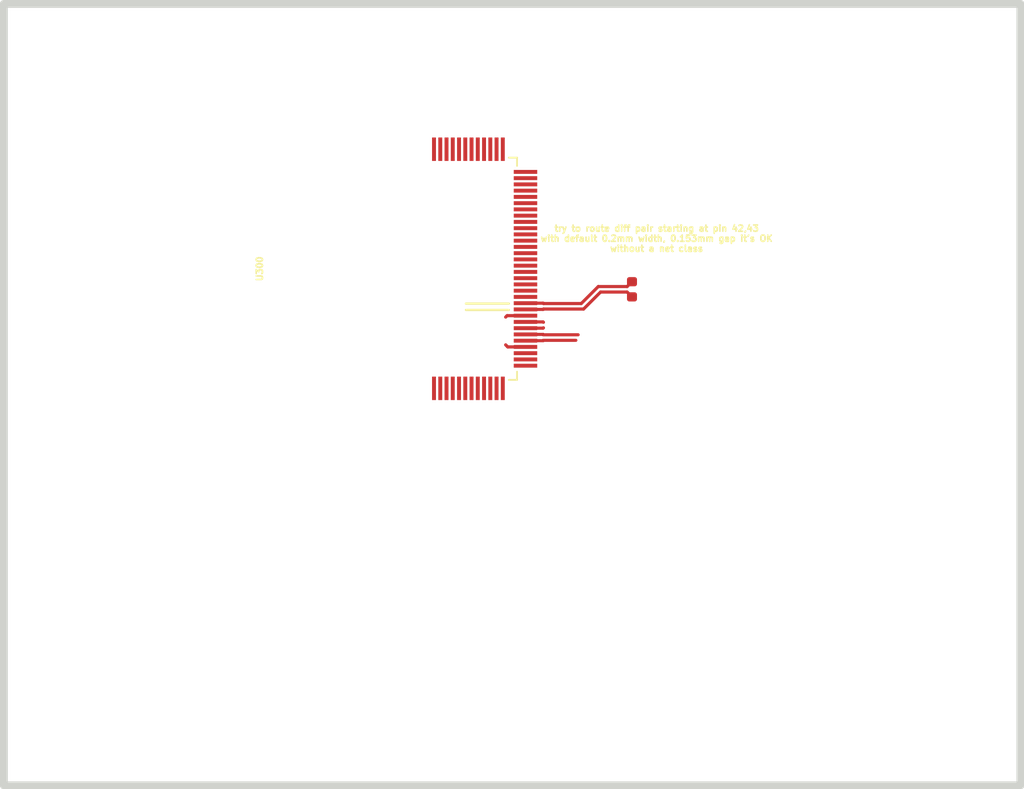
<source format=kicad_pcb>
(kicad_pcb (version 20171130) (host pcbnew 6.0.0-rc1-unknown-d9d0051~66~ubuntu16.04.1)

  (general
    (thickness 1.6)
    (drawings 7)
    (tracks 26)
    (zones 0)
    (modules 2)
    (nets 27)
  )

  (page A3)
  (layers
    (0 F.Cu signal)
    (1 GND2.Cu power)
    (2 In3.Cu signal)
    (3 VCC4.Cu power)
    (4 GND5.Cu power)
    (31 B.Cu signal)
    (32 B.Adhes user)
    (33 F.Adhes user)
    (34 B.Paste user)
    (35 F.Paste user)
    (36 B.SilkS user)
    (37 F.SilkS user)
    (38 B.Mask user)
    (39 F.Mask user)
    (40 Dwgs.User user)
    (41 Cmts.User user)
    (42 Eco1.User user)
    (43 Eco2.User user)
    (44 Edge.Cuts user)
    (45 Margin user)
    (46 B.CrtYd user)
    (47 F.CrtYd user)
    (48 B.Fab user)
    (49 F.Fab user)
  )

  (setup
    (last_trace_width 0.1524)
    (user_trace_width 0.1524)
    (user_trace_width 0.2032)
    (user_trace_width 0.3048)
    (user_trace_width 0.4064)
    (user_trace_width 0.4572)
    (user_trace_width 0.508)
    (user_trace_width 0.6096)
    (user_trace_width 0.8128)
    (trace_clearance 0.1524)
    (zone_clearance 0.153)
    (zone_45_only no)
    (trace_min 0.1524)
    (via_size 0.6)
    (via_drill 0.3)
    (via_min_size 0.6)
    (via_min_drill 0.3)
    (user_via 0.6 0.3)
    (user_via 0.8 0.5)
    (uvia_size 0.3)
    (uvia_drill 0.1)
    (uvias_allowed no)
    (uvia_min_size 0.2)
    (uvia_min_drill 0.1)
    (edge_width 0.15)
    (segment_width 0.2)
    (pcb_text_width 0.3)
    (pcb_text_size 1.5 1.5)
    (mod_edge_width 0.15)
    (mod_text_size 0.4 0.4)
    (mod_text_width 0.1)
    (pad_size 1.5 0.25)
    (pad_drill 0)
    (pad_to_mask_clearance 0.05)
    (solder_mask_min_width 0.1)
    (aux_axis_origin 0 0)
    (visible_elements FFFDEF7F)
    (pcbplotparams
      (layerselection 0x010fc_ffffffff)
      (usegerberextensions false)
      (usegerberattributes false)
      (usegerberadvancedattributes false)
      (creategerberjobfile false)
      (excludeedgelayer true)
      (linewidth 0.100000)
      (plotframeref false)
      (viasonmask false)
      (mode 1)
      (useauxorigin false)
      (hpglpennumber 1)
      (hpglpenspeed 20)
      (hpglpendiameter 15.000000)
      (psnegative false)
      (psa4output false)
      (plotreference true)
      (plotvalue true)
      (plotinvisibletext false)
      (padsonsilk false)
      (subtractmaskfromsilk false)
      (outputformat 1)
      (mirror false)
      (drillshape 1)
      (scaleselection 1)
      (outputdirectory ""))
  )

  (net 0 "")
  (net 1 +1V2)
  (net 2 "Net-(U300-Pad52)")
  (net 3 "Net-(U300-Pad72)")
  (net 4 "Net-(U300-Pad76)")
  (net 5 /Ethernet/U300_73)
  (net 6 /Ethernet/AVDDH)
  (net 7 /Ethernet/AVDDL)
  (net 8 /Ethernet/U300_75)
  (net 9 /Ethernet/.GBE0_MDI0+)
  (net 10 /Ethernet/.GBE0_MDI0-)
  (net 11 /Ethernet/.GBE0_MDI1+)
  (net 12 /Ethernet/.GBE0_MDI1-)
  (net 13 /Ethernet/.GBE0_MDI2+)
  (net 14 /Ethernet/.GBE0_MDI2-)
  (net 15 /Ethernet/.GBE0_MDI3+)
  (net 16 /Ethernet/.GBE0_MDI3-)
  (net 17 /Ethernet/.GBE2_MDI0-)
  (net 18 /Ethernet/.GBE1_MDI0+)
  (net 19 /Ethernet/.GBE1_MDI0-)
  (net 20 /Ethernet/.GBE1_MDI1+)
  (net 21 /Ethernet/.GBE1_MDI1-)
  (net 22 /Ethernet/.GBE1_MDI2+)
  (net 23 /Ethernet/.GBE1_MDI2-)
  (net 24 /Ethernet/.GBE1_MDI3+)
  (net 25 /Ethernet/.GBE1_MDI3-)
  (net 26 GNDD)

  (net_class Default "This is the default net class."
    (clearance 0.1524)
    (trace_width 0.1524)
    (via_dia 0.6)
    (via_drill 0.3)
    (uvia_dia 0.3)
    (uvia_drill 0.1)
    (diff_pair_width 0.2)
    (diff_pair_gap 0.153)
    (add_net +1V2)
    (add_net /Ethernet/.GBE0_MDI0+)
    (add_net /Ethernet/.GBE0_MDI0-)
    (add_net /Ethernet/.GBE0_MDI1+)
    (add_net /Ethernet/.GBE0_MDI1-)
    (add_net /Ethernet/.GBE0_MDI2+)
    (add_net /Ethernet/.GBE0_MDI2-)
    (add_net /Ethernet/.GBE0_MDI3+)
    (add_net /Ethernet/.GBE0_MDI3-)
    (add_net /Ethernet/.GBE1_MDI0+)
    (add_net /Ethernet/.GBE1_MDI0-)
    (add_net /Ethernet/.GBE1_MDI1+)
    (add_net /Ethernet/.GBE1_MDI1-)
    (add_net /Ethernet/.GBE1_MDI2+)
    (add_net /Ethernet/.GBE1_MDI2-)
    (add_net /Ethernet/.GBE1_MDI3+)
    (add_net /Ethernet/.GBE1_MDI3-)
    (add_net /Ethernet/.GBE2_MDI0-)
    (add_net /Ethernet/AVDDH)
    (add_net /Ethernet/AVDDL)
    (add_net /Ethernet/U300_73)
    (add_net /Ethernet/U300_75)
    (add_net GNDD)
    (add_net "Net-(U300-Pad52)")
    (add_net "Net-(U300-Pad72)")
    (add_net "Net-(U300-Pad76)")
  )

  (module kicad_parts_lib:VQFP-128-EP_14x14mm_P0.4mm (layer F.Cu) (tedit 5B86B3C2) (tstamp 5B45FADA)
    (at 100.702979 81.948678 90)
    (descr "VQFP, 128 Pin (http://www.microsemi.com/index.php?option=com_docman&task=doc_download&gid=131095), generated with kicad-footprint-generator ipc_qfp_generator.py")
    (tags "VQFP QFP")
    (path /5B2380CF/5B43058F)
    (attr smd)
    (fp_text reference U300 (at 0 -9.35 90) (layer F.SilkS)
      (effects (font (size 0.4 0.4) (thickness 0.1)))
    )
    (fp_text value KSZ9896C (at 0 9.35 90) (layer F.Fab) hide
      (effects (font (size 0.4 0.4) (thickness 0.1)))
    )
    (fp_line (start 6.585 7.11) (end 7.11 7.11) (layer F.SilkS) (width 0.12))
    (fp_line (start 7.11 7.11) (end 7.11 6.585) (layer F.SilkS) (width 0.12))
    (fp_line (start -6.585 7.11) (end -7.11 7.11) (layer F.SilkS) (width 0.12))
    (fp_line (start -7.11 7.11) (end -7.11 6.585) (layer F.SilkS) (width 0.12))
    (fp_line (start 7 7) (end -7 7) (layer F.Fab) (width 0.1))
    (fp_line (start 0 8.65) (end 6.58 8.65) (layer F.CrtYd) (width 0.05))
    (fp_line (start 6.58 8.65) (end 6.58 7.25) (layer F.CrtYd) (width 0.05))
    (fp_line (start 6.58 7.25) (end 7.25 7.25) (layer F.CrtYd) (width 0.05))
    (fp_line (start 7.25 7.25) (end 7.25 6.58) (layer F.CrtYd) (width 0.05))
    (fp_line (start 7.25 6.58) (end 8.65 6.58) (layer F.CrtYd) (width 0.05))
    (fp_line (start 8.65 6.58) (end 8.65 0) (layer F.CrtYd) (width 0.05))
    (fp_line (start 0 8.65) (end -6.58 8.65) (layer F.CrtYd) (width 0.05))
    (fp_line (start -6.58 8.65) (end -6.58 7.25) (layer F.CrtYd) (width 0.05))
    (fp_line (start -6.58 7.25) (end -7.25 7.25) (layer F.CrtYd) (width 0.05))
    (fp_line (start -7.25 7.25) (end -7.25 6.58) (layer F.CrtYd) (width 0.05))
    (fp_line (start -7.25 6.58) (end -8.65 6.58) (layer F.CrtYd) (width 0.05))
    (fp_line (start -8.65 6.58) (end -8.65 0) (layer F.CrtYd) (width 0.05))
    (pad 21 smd rect (at -7.65 1.8 90) (size 1.5 0.25) (layers F.Cu F.Paste F.Mask)
      (net 17 /Ethernet/.GBE2_MDI0-))
    (pad 22 smd rect (at -7.65 2.2 90) (size 1.5 0.25) (layers F.Cu F.Paste F.Mask)
      (net 6 /Ethernet/AVDDH))
    (pad 23 smd rect (at -7.65 2.6 90) (size 1.5 0.25) (layers F.Cu F.Paste F.Mask)
      (net 1 +1V2))
    (pad 24 smd rect (at -7.65 3 90) (size 1.5 0.25) (layers F.Cu F.Paste F.Mask)
      (net 20 /Ethernet/.GBE1_MDI1+))
    (pad 25 smd rect (at -7.65 3.4 90) (size 1.5 0.25) (layers F.Cu F.Paste F.Mask)
      (net 21 /Ethernet/.GBE1_MDI1-))
    (pad 26 smd rect (at -7.65 3.8 90) (size 1.5 0.25) (layers F.Cu F.Paste F.Mask)
      (net 24 /Ethernet/.GBE1_MDI3+))
    (pad 27 smd rect (at -7.65 4.2 90) (size 1.5 0.25) (layers F.Cu F.Paste F.Mask)
      (net 25 /Ethernet/.GBE1_MDI3-))
    (pad 28 smd rect (at -7.65 4.6 90) (size 1.5 0.25) (layers F.Cu F.Paste F.Mask)
      (net 22 /Ethernet/.GBE1_MDI2+))
    (pad 29 smd rect (at -7.65 5 90) (size 1.5 0.25) (layers F.Cu F.Paste F.Mask)
      (net 23 /Ethernet/.GBE1_MDI2-))
    (pad 30 smd rect (at -7.65 5.4 90) (size 1.5 0.25) (layers F.Cu F.Paste F.Mask)
      (net 7 /Ethernet/AVDDL))
    (pad 31 smd rect (at -7.65 5.8 90) (size 1.5 0.25) (layers F.Cu F.Paste F.Mask)
      (net 18 /Ethernet/.GBE1_MDI0+))
    (pad 32 smd rect (at -7.65 6.2 90) (size 1.5 0.25) (layers F.Cu F.Paste F.Mask)
      (net 19 /Ethernet/.GBE1_MDI0-))
    (pad 33 smd rect (at -6.2 7.65 90) (size 0.25 1.5) (layers F.Cu F.Paste F.Mask)
      (net 6 /Ethernet/AVDDH))
    (pad 34 smd rect (at -5.8 7.65 90) (size 0.25 1.5) (layers F.Cu F.Paste F.Mask)
      (net 11 /Ethernet/.GBE0_MDI1+))
    (pad 35 smd rect (at -5.4 7.65 90) (size 0.25 1.5) (layers F.Cu F.Paste F.Mask)
      (net 12 /Ethernet/.GBE0_MDI1-))
    (pad 36 smd rect (at -5 7.65 90) (size 0.25 1.5) (layers F.Cu F.Paste F.Mask)
      (net 7 /Ethernet/AVDDL))
    (pad 37 smd rect (at -4.6 7.65 90) (size 0.25 1.5) (layers F.Cu F.Paste F.Mask)
      (net 15 /Ethernet/.GBE0_MDI3+))
    (pad 38 smd rect (at -4.2 7.65 90) (size 0.25 1.5) (layers F.Cu F.Paste F.Mask)
      (net 16 /Ethernet/.GBE0_MDI3-))
    (pad 39 smd rect (at -3.8 7.65 90) (size 0.25 1.5) (layers F.Cu F.Paste F.Mask)
      (net 13 /Ethernet/.GBE0_MDI2+))
    (pad 40 smd rect (at -3.4 7.65 90) (size 0.25 1.5) (layers F.Cu F.Paste F.Mask)
      (net 14 /Ethernet/.GBE0_MDI2-))
    (pad 41 smd rect (at -3 7.65 90) (size 0.25 1.5) (layers F.Cu F.Paste F.Mask)
      (net 7 /Ethernet/AVDDL))
    (pad 42 smd rect (at -2.6 7.65 90) (size 0.25 1.5) (layers F.Cu F.Paste F.Mask)
      (net 9 /Ethernet/.GBE0_MDI0+))
    (pad 43 smd rect (at -2.2 7.65 90) (size 0.25 1.5) (layers F.Cu F.Paste F.Mask)
      (net 10 /Ethernet/.GBE0_MDI0-))
    (pad 44 smd rect (at -1.8 7.65 90) (size 0.25 1.5) (layers F.Cu F.Paste F.Mask)
      (net 6 /Ethernet/AVDDH))
    (pad 45 smd rect (at -1.4 7.65 90) (size 0.25 1.5) (layers F.Cu F.Paste F.Mask)
      (net 1 +1V2))
    (pad 46 smd rect (at -1 7.65 90) (size 0.25 1.5) (layers F.Cu F.Paste F.Mask))
    (pad 47 smd rect (at -0.6 7.65 90) (size 0.25 1.5) (layers F.Cu F.Paste F.Mask)
      (net 26 GNDD))
    (pad 48 smd rect (at -0.2 7.65 90) (size 0.25 1.5) (layers F.Cu F.Paste F.Mask)
      (net 1 +1V2))
    (pad 49 smd rect (at 0.2 7.65 90) (size 0.25 1.5) (layers F.Cu F.Paste F.Mask))
    (pad 50 smd rect (at 0.6 7.65 90) (size 0.25 1.5) (layers F.Cu F.Paste F.Mask)
      (net 26 GNDD))
    (pad 51 smd rect (at 1 7.65 90) (size 0.25 1.5) (layers F.Cu F.Paste F.Mask)
      (net 26 GNDD))
    (pad 52 smd rect (at 1.4 7.65 90) (size 0.25 1.5) (layers F.Cu F.Paste F.Mask)
      (net 2 "Net-(U300-Pad52)"))
    (pad 53 smd rect (at 1.8 7.65 90) (size 0.25 1.5) (layers F.Cu F.Paste F.Mask))
    (pad 54 smd rect (at 2.2 7.65 90) (size 0.25 1.5) (layers F.Cu F.Paste F.Mask))
    (pad 55 smd rect (at 2.6 7.65 90) (size 0.25 1.5) (layers F.Cu F.Paste F.Mask))
    (pad 56 smd rect (at 3 7.65 90) (size 0.25 1.5) (layers F.Cu F.Paste F.Mask))
    (pad 57 smd rect (at 3.4 7.65 90) (size 0.25 1.5) (layers F.Cu F.Paste F.Mask))
    (pad 58 smd rect (at 3.8 7.65 90) (size 0.25 1.5) (layers F.Cu F.Paste F.Mask))
    (pad 59 smd rect (at 4.2 7.65 90) (size 0.25 1.5) (layers F.Cu F.Paste F.Mask))
    (pad 60 smd rect (at 4.6 7.65 90) (size 0.25 1.5) (layers F.Cu F.Paste F.Mask))
    (pad 61 smd rect (at 5 7.65 90) (size 0.25 1.5) (layers F.Cu F.Paste F.Mask))
    (pad 62 smd rect (at 5.4 7.65 90) (size 0.25 1.5) (layers F.Cu F.Paste F.Mask))
    (pad 63 smd rect (at 5.8 7.65 90) (size 0.25 1.5) (layers F.Cu F.Paste F.Mask))
    (pad 64 smd rect (at 6.2 7.65 90) (size 0.25 1.5) (layers F.Cu F.Paste F.Mask))
    (pad 65 smd rect (at 7.65 6.2 90) (size 1.5 0.25) (layers F.Cu F.Paste F.Mask))
    (pad 66 smd rect (at 7.65 5.8 90) (size 1.5 0.25) (layers F.Cu F.Paste F.Mask))
    (pad 67 smd rect (at 7.65 5.4 90) (size 1.5 0.25) (layers F.Cu F.Paste F.Mask))
    (pad 68 smd rect (at 7.65 5 90) (size 1.5 0.25) (layers F.Cu F.Paste F.Mask))
    (pad 69 smd rect (at 7.65 4.6 90) (size 1.5 0.25) (layers F.Cu F.Paste F.Mask))
    (pad 70 smd rect (at 7.65 4.2 90) (size 1.5 0.25) (layers F.Cu F.Paste F.Mask))
    (pad 71 smd rect (at 7.65 3.8 90) (size 1.5 0.25) (layers F.Cu F.Paste F.Mask)
      (net 1 +1V2))
    (pad 72 smd rect (at 7.65 3.4 90) (size 1.5 0.25) (layers F.Cu F.Paste F.Mask)
      (net 3 "Net-(U300-Pad72)"))
    (pad 73 smd rect (at 7.65 3 90) (size 1.5 0.25) (layers F.Cu F.Paste F.Mask)
      (net 5 /Ethernet/U300_73))
    (pad 74 smd rect (at 7.65 2.6 90) (size 1.5 0.25) (layers F.Cu F.Paste F.Mask))
    (pad 75 smd rect (at 7.65 2.2 90) (size 1.5 0.25) (layers F.Cu F.Paste F.Mask)
      (net 8 /Ethernet/U300_75))
    (pad 76 smd rect (at 7.65 1.8 90) (size 1.5 0.25) (layers F.Cu F.Paste F.Mask)
      (net 4 "Net-(U300-Pad76)"))
    (model ${KISYS3DMOD}/Package_QFP.3dshapes/TQFP-128_14x14mm_P0.4mm.wrl
      (at (xyz 0 0 0))
      (scale (xyz 1 1 1))
      (rotate (xyz 0 0 0))
    )
  )

  (module Resistor_SMD:R_0402_1005Metric (layer F.Cu) (tedit 5B86B29A) (tstamp 5B8722AD)
    (at 115.1636 83.2612 270)
    (descr "Resistor SMD 0402 (1005 Metric), square (rectangular) end terminal, IPC_7351 nominal, (Body size source: http://www.tortai-tech.com/upload/download/2011102023233369053.pdf), generated with kicad-footprint-generator")
    (tags resistor)
    (attr smd)
    (fp_text reference REF** (at 0 -1.17 270) (layer F.SilkS) hide
      (effects (font (size 1 1) (thickness 0.15)))
    )
    (fp_text value R_0402_1005Metric (at 0 1.17 270) (layer F.Fab)
      (effects (font (size 1 1) (thickness 0.15)))
    )
    (fp_text user %R (at 0 0 270) (layer F.Fab)
      (effects (font (size 0.25 0.25) (thickness 0.04)))
    )
    (fp_line (start 0.93 0.47) (end -0.93 0.47) (layer F.CrtYd) (width 0.05))
    (fp_line (start 0.93 -0.47) (end 0.93 0.47) (layer F.CrtYd) (width 0.05))
    (fp_line (start -0.93 -0.47) (end 0.93 -0.47) (layer F.CrtYd) (width 0.05))
    (fp_line (start -0.93 0.47) (end -0.93 -0.47) (layer F.CrtYd) (width 0.05))
    (fp_line (start 0.5 0.25) (end -0.5 0.25) (layer F.Fab) (width 0.1))
    (fp_line (start 0.5 -0.25) (end 0.5 0.25) (layer F.Fab) (width 0.1))
    (fp_line (start -0.5 -0.25) (end 0.5 -0.25) (layer F.Fab) (width 0.1))
    (fp_line (start -0.5 0.25) (end -0.5 -0.25) (layer F.Fab) (width 0.1))
    (pad 2 smd roundrect (at 0.485 0 270) (size 0.59 0.64) (layers F.Cu F.Paste F.Mask) (roundrect_rratio 0.25)
      (net 9 /Ethernet/.GBE0_MDI0+))
    (pad 1 smd roundrect (at -0.485 0 270) (size 0.59 0.64) (layers F.Cu F.Paste F.Mask) (roundrect_rratio 0.25)
      (net 10 /Ethernet/.GBE0_MDI0-))
    (model ${KISYS3DMOD}/Resistor_SMD.3dshapes/R_0402_1005Metric.wrl
      (at (xyz 0 0 0))
      (scale (xyz 1 1 1))
      (rotate (xyz 0 0 0))
    )
  )

  (gr_text "try to route diff pair starting at pin 42,43\nwith default 0.2mm width, 0.153mm gap it's OK\nwithout a net class" (at 116.7384 80.01) (layer F.SilkS)
    (effects (font (size 0.4 0.4) (thickness 0.1)))
  )
  (gr_line (start 107.2896 84.582) (end 104.5464 84.582) (layer F.SilkS) (width 0.15))
  (gr_line (start 107.2896 84.1756) (end 104.5464 84.1756) (layer F.SilkS) (width 0.15))
  (gr_line (start 140 65) (end 140 115) (layer Edge.Cuts) (width 0.5) (tstamp 5B86C7D2))
  (gr_line (start 75 115) (end 140 115) (angle 90) (layer Edge.Cuts) (width 0.5))
  (gr_line (start 140 65) (end 75 65) (layer Edge.Cuts) (width 0.5))
  (gr_line (start 75 65) (end 75 115) (layer Edge.Cuts) (width 0.5) (tstamp 5B53ECFD))

  (segment (start 108.352979 86.948678) (end 107.217878 86.948678) (width 0.2032) (layer F.Cu) (net 7))
  (segment (start 107.217878 86.948678) (end 107.0864 86.8172) (width 0.2032) (layer F.Cu) (net 7))
  (segment (start 108.352979 84.948678) (end 107.176922 84.948678) (width 0.2032) (layer F.Cu) (net 7))
  (segment (start 107.176922 84.948678) (end 107.0864 85.0392) (width 0.2032) (layer F.Cu) (net 7))
  (segment (start 109.47798 84.548678) (end 109.50148 84.525178) (width 0.2) (layer F.Cu) (net 9))
  (segment (start 109.50148 84.525178) (end 112.066432 84.525178) (width 0.2) (layer F.Cu) (net 9))
  (segment (start 108.352979 84.548678) (end 109.47798 84.548678) (width 0.2) (layer F.Cu) (net 9))
  (segment (start 114.8551 83.4377) (end 115.1636 83.7462) (width 0.2) (layer F.Cu) (net 9))
  (segment (start 113.15391 83.4377) (end 114.8551 83.4377) (width 0.2) (layer F.Cu) (net 9))
  (segment (start 112.066432 84.525178) (end 113.15391 83.4377) (width 0.2) (layer F.Cu) (net 9))
  (segment (start 108.352979 84.148678) (end 109.47798 84.148678) (width 0.2) (layer F.Cu) (net 10))
  (segment (start 109.47798 84.148678) (end 109.50148 84.172178) (width 0.2) (layer F.Cu) (net 10))
  (segment (start 109.50148 84.172178) (end 111.920212 84.172178) (width 0.2) (layer F.Cu) (net 10))
  (segment (start 111.920212 84.172178) (end 113.00769 83.0847) (width 0.2) (layer F.Cu) (net 10))
  (segment (start 114.8551 83.0847) (end 115.1636 82.7762) (width 0.2) (layer F.Cu) (net 10))
  (segment (start 113.00769 83.0847) (end 114.8551 83.0847) (width 0.2) (layer F.Cu) (net 10))
  (segment (start 109.50148 85.725178) (end 109.47798 85.748678) (width 0.2) (layer F.Cu) (net 13) (status 40000))
  (segment (start 109.47798 85.748678) (end 108.352979 85.748678) (width 0.2) (layer F.Cu) (net 13) (status 40000))
  (segment (start 109.47798 85.348678) (end 108.352979 85.348678) (width 0.2) (layer F.Cu) (net 14) (status 40000))
  (segment (start 109.50148 85.372178) (end 109.47798 85.348678) (width 0.2) (layer F.Cu) (net 14) (status 40000))
  (segment (start 109.47798 86.548678) (end 108.352979 86.548678) (width 0.2) (layer F.Cu) (net 15) (status 40000))
  (segment (start 109.50148 86.525178) (end 109.47798 86.548678) (width 0.2) (layer F.Cu) (net 15) (status 40000))
  (segment (start 111.573968 86.525178) (end 109.50148 86.525178) (width 0.2) (layer F.Cu) (net 15) (status 40000))
  (segment (start 109.50148 86.172178) (end 109.47798 86.148678) (width 0.2) (layer F.Cu) (net 16) (status 40000))
  (segment (start 109.47798 86.148678) (end 108.352979 86.148678) (width 0.2) (layer F.Cu) (net 16) (status 40000))
  (segment (start 111.720188 86.172178) (end 109.50148 86.172178) (width 0.2) (layer F.Cu) (net 16) (status 40000))

)

</source>
